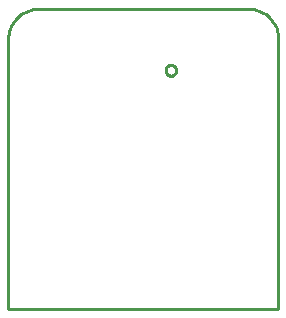
<source format=gbr>
G04 EAGLE Gerber RS-274X export*
G75*
%MOMM*%
%FSLAX34Y34*%
%LPD*%
%IN*%
%IPPOS*%
%AMOC8*
5,1,8,0,0,1.08239X$1,22.5*%
G01*
%ADD10C,0.254000*%


D10*
X0Y0D02*
X228600Y0D01*
X228600Y228600D01*
X228503Y230814D01*
X228214Y233011D01*
X227735Y235174D01*
X227068Y237287D01*
X226220Y239335D01*
X225197Y241300D01*
X224006Y243169D01*
X222658Y244927D01*
X221161Y246561D01*
X219527Y248058D01*
X217769Y249406D01*
X215900Y250597D01*
X213935Y251620D01*
X211887Y252468D01*
X209774Y253135D01*
X207611Y253614D01*
X205414Y253903D01*
X203200Y254000D01*
X25400Y254000D01*
X23186Y253903D01*
X20989Y253614D01*
X18826Y253135D01*
X16713Y252468D01*
X14666Y251620D01*
X12700Y250597D01*
X10831Y249406D01*
X9073Y248058D01*
X7440Y246561D01*
X5942Y244927D01*
X4594Y243169D01*
X3403Y241300D01*
X2380Y239335D01*
X1532Y237287D01*
X865Y235174D01*
X386Y233011D01*
X97Y230814D01*
X0Y228600D01*
X0Y0D01*
X142070Y201685D02*
X141993Y201100D01*
X141840Y200530D01*
X141615Y199985D01*
X141320Y199475D01*
X140961Y199007D01*
X140543Y198589D01*
X140075Y198230D01*
X139565Y197935D01*
X139020Y197710D01*
X138450Y197557D01*
X137865Y197480D01*
X137275Y197480D01*
X136690Y197557D01*
X136120Y197710D01*
X135575Y197935D01*
X135065Y198230D01*
X134597Y198589D01*
X134179Y199007D01*
X133820Y199475D01*
X133525Y199985D01*
X133300Y200530D01*
X133147Y201100D01*
X133070Y201685D01*
X133070Y202275D01*
X133147Y202860D01*
X133300Y203430D01*
X133525Y203975D01*
X133820Y204485D01*
X134179Y204953D01*
X134597Y205371D01*
X135065Y205730D01*
X135575Y206025D01*
X136120Y206250D01*
X136690Y206403D01*
X137275Y206480D01*
X137865Y206480D01*
X138450Y206403D01*
X139020Y206250D01*
X139565Y206025D01*
X140075Y205730D01*
X140543Y205371D01*
X140961Y204953D01*
X141320Y204485D01*
X141615Y203975D01*
X141840Y203430D01*
X141993Y202860D01*
X142070Y202275D01*
X142070Y201685D01*
M02*

</source>
